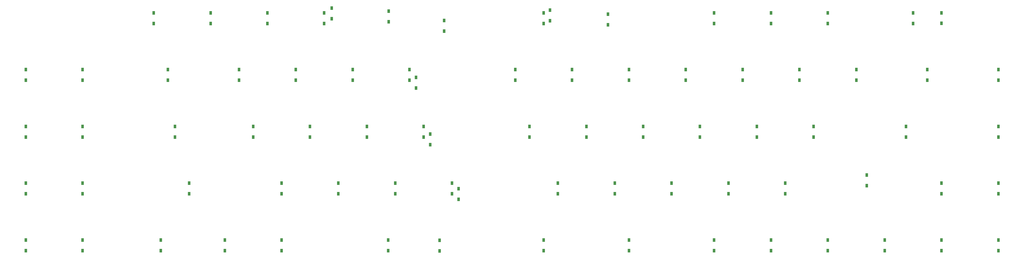
<source format=gbr>
%TF.GenerationSoftware,KiCad,Pcbnew,8.0.8*%
%TF.CreationDate,2025-04-16T18:41:51+09:00*%
%TF.ProjectId,sswkbd_wiring,7373776b-6264-45f7-9769-72696e672e6b,rev?*%
%TF.SameCoordinates,Original*%
%TF.FileFunction,Paste,Top*%
%TF.FilePolarity,Positive*%
%FSLAX46Y46*%
G04 Gerber Fmt 4.6, Leading zero omitted, Abs format (unit mm)*
G04 Created by KiCad (PCBNEW 8.0.8) date 2025-04-16 18:41:51*
%MOMM*%
%LPD*%
G01*
G04 APERTURE LIST*
%ADD10R,0.950000X1.300000*%
G04 APERTURE END LIST*
D10*
%TO.C,D32*%
X366509249Y-96929950D03*
X366509249Y-93379950D03*
%TD*%
%TO.C,D67*%
X86461999Y-153979950D03*
X86461999Y-150429950D03*
%TD*%
%TO.C,D50*%
X60336999Y-134979950D03*
X60336999Y-131429950D03*
%TD*%
%TO.C,D73*%
X243034249Y-153979950D03*
X243034249Y-150429950D03*
%TD*%
%TO.C,D46*%
X304759249Y-115954950D03*
X304759249Y-112404950D03*
%TD*%
%TO.C,D38*%
X155361999Y-115954950D03*
X155361999Y-112404950D03*
%TD*%
%TO.C,D76*%
X309509249Y-153979950D03*
X309509249Y-150429950D03*
%TD*%
%TO.C,D74*%
X271509249Y-153979950D03*
X271509249Y-150429950D03*
%TD*%
%TO.C,D52*%
X126861999Y-134979950D03*
X126861999Y-131429950D03*
%TD*%
%TO.C,D39*%
X174361999Y-115954950D03*
X174361999Y-112404950D03*
%TD*%
%TO.C,D15*%
X347491000Y-77923000D03*
X347491000Y-74373000D03*
%TD*%
%TO.C,D44*%
X266759249Y-115954950D03*
X266759249Y-112404950D03*
%TD*%
%TO.C,D4*%
X141111999Y-77929950D03*
X141111999Y-74379950D03*
%TD*%
%TO.C,D43*%
X247759249Y-115954950D03*
X247759249Y-112404950D03*
%TD*%
%TO.C,D41*%
X209759249Y-115954950D03*
X209759249Y-112404950D03*
%TD*%
%TO.C,D1*%
X84111999Y-77929950D03*
X84111999Y-74379950D03*
%TD*%
%TO.C,D11*%
X271509249Y-77929950D03*
X271509249Y-74379950D03*
%TD*%
%TO.C,D51*%
X95961999Y-134979950D03*
X95961999Y-131429950D03*
%TD*%
%TO.C,D59*%
X257259249Y-134979950D03*
X257259249Y-131429950D03*
%TD*%
%TO.C,D9*%
X216600000Y-77075000D03*
X216600000Y-73525000D03*
%TD*%
%TO.C,D3*%
X122111999Y-77929950D03*
X122111999Y-74379950D03*
%TD*%
%TO.C,D42*%
X228759249Y-115954950D03*
X228759249Y-112404950D03*
%TD*%
%TO.C,D64*%
X366509249Y-134979950D03*
X366509249Y-131429950D03*
%TD*%
%TO.C,D23*%
X171795000Y-99555000D03*
X171795000Y-96005000D03*
%TD*%
%TO.C,D33*%
X41336999Y-115954950D03*
X41336999Y-112404950D03*
%TD*%
%TO.C,D8*%
X214509249Y-77929950D03*
X214509249Y-74379950D03*
%TD*%
%TO.C,D45*%
X285759249Y-115954950D03*
X285759249Y-112404950D03*
%TD*%
%TO.C,D65*%
X41336999Y-153979950D03*
X41336999Y-150429950D03*
%TD*%
%TO.C,D70*%
X162461999Y-153979950D03*
X162461999Y-150429950D03*
%TD*%
%TO.C,D24*%
X205009249Y-96929950D03*
X205009249Y-93379950D03*
%TD*%
%TO.C,D26*%
X243009249Y-96929950D03*
X243009249Y-93379950D03*
%TD*%
%TO.C,D6*%
X162687000Y-77340000D03*
X162687000Y-73790000D03*
%TD*%
%TO.C,D14*%
X338034249Y-77929950D03*
X338034249Y-74379950D03*
%TD*%
%TO.C,D12*%
X290509249Y-77929950D03*
X290509249Y-74379950D03*
%TD*%
%TO.C,D36*%
X117361999Y-115954950D03*
X117361999Y-112404950D03*
%TD*%
%TO.C,D29*%
X300009249Y-96929950D03*
X300009249Y-93379950D03*
%TD*%
%TO.C,D69*%
X126861999Y-153979950D03*
X126861999Y-150429950D03*
%TD*%
%TO.C,D20*%
X131611999Y-96929950D03*
X131611999Y-93379950D03*
%TD*%
%TO.C,D47*%
X335659249Y-115954950D03*
X335659249Y-112404950D03*
%TD*%
%TO.C,D62*%
X322550000Y-132225000D03*
X322550000Y-128675000D03*
%TD*%
%TO.C,D48*%
X366509249Y-115954950D03*
X366509249Y-112404950D03*
%TD*%
%TO.C,D22*%
X169611999Y-96929950D03*
X169611999Y-93379950D03*
%TD*%
%TO.C,D16*%
X41336999Y-96929950D03*
X41336999Y-93379950D03*
%TD*%
%TO.C,D49*%
X41336999Y-134979950D03*
X41336999Y-131429950D03*
%TD*%
%TO.C,D25*%
X224009249Y-96929950D03*
X224009249Y-93379950D03*
%TD*%
%TO.C,D53*%
X145861999Y-134979950D03*
X145861999Y-131429950D03*
%TD*%
%TO.C,D28*%
X281009249Y-96929950D03*
X281009249Y-93379950D03*
%TD*%
%TO.C,D7*%
X181255000Y-80530000D03*
X181255000Y-76980000D03*
%TD*%
%TO.C,D61*%
X295259249Y-134979950D03*
X295259249Y-131429950D03*
%TD*%
%TO.C,D37*%
X136361999Y-115954950D03*
X136361999Y-112404950D03*
%TD*%
%TO.C,D77*%
X328509249Y-153979950D03*
X328509249Y-150429950D03*
%TD*%
%TO.C,D10*%
X236000000Y-78375000D03*
X236000000Y-74825000D03*
%TD*%
%TO.C,D57*%
X219259249Y-134979950D03*
X219259249Y-131429950D03*
%TD*%
%TO.C,D75*%
X290509249Y-153979950D03*
X290509249Y-150429950D03*
%TD*%
%TO.C,D56*%
X186040000Y-136795000D03*
X186040000Y-133245000D03*
%TD*%
%TO.C,D60*%
X276259249Y-134979950D03*
X276259249Y-131429950D03*
%TD*%
%TO.C,D5*%
X143637000Y-76321000D03*
X143637000Y-72771000D03*
%TD*%
%TO.C,D35*%
X91211999Y-115954950D03*
X91211999Y-112404950D03*
%TD*%
%TO.C,D21*%
X150611999Y-96929950D03*
X150611999Y-93379950D03*
%TD*%
%TO.C,D13*%
X309509249Y-77929950D03*
X309509249Y-74379950D03*
%TD*%
%TO.C,D18*%
X88836999Y-96929950D03*
X88836999Y-93379950D03*
%TD*%
%TO.C,D27*%
X262009249Y-96929950D03*
X262009249Y-93379950D03*
%TD*%
%TO.C,D55*%
X183861999Y-134979950D03*
X183861999Y-131429950D03*
%TD*%
%TO.C,D54*%
X164861999Y-134979950D03*
X164861999Y-131429950D03*
%TD*%
%TO.C,D2*%
X103111999Y-77929950D03*
X103111999Y-74379950D03*
%TD*%
%TO.C,D79*%
X366509249Y-153979950D03*
X366509249Y-150429950D03*
%TD*%
%TO.C,D78*%
X347509249Y-153979950D03*
X347509249Y-150429950D03*
%TD*%
%TO.C,D34*%
X60336999Y-115954950D03*
X60336999Y-112404950D03*
%TD*%
%TO.C,D71*%
X179695000Y-154080000D03*
X179695000Y-150530000D03*
%TD*%
%TO.C,D58*%
X238259249Y-134979950D03*
X238259249Y-131429950D03*
%TD*%
%TO.C,D31*%
X342784249Y-96929950D03*
X342784249Y-93379950D03*
%TD*%
%TO.C,D68*%
X107861999Y-153979950D03*
X107861999Y-150429950D03*
%TD*%
%TO.C,D19*%
X112611999Y-96929950D03*
X112611999Y-93379950D03*
%TD*%
%TO.C,D17*%
X60336999Y-96929950D03*
X60336999Y-93379950D03*
%TD*%
%TO.C,D72*%
X214509249Y-153979950D03*
X214509249Y-150429950D03*
%TD*%
%TO.C,D30*%
X319009249Y-96929950D03*
X319009249Y-93379950D03*
%TD*%
%TO.C,D63*%
X347509249Y-131429950D03*
X347509249Y-134979950D03*
%TD*%
%TO.C,D40*%
X176525000Y-118525000D03*
X176525000Y-114975000D03*
%TD*%
%TO.C,D66*%
X60336999Y-153979950D03*
X60336999Y-150429950D03*
%TD*%
M02*

</source>
